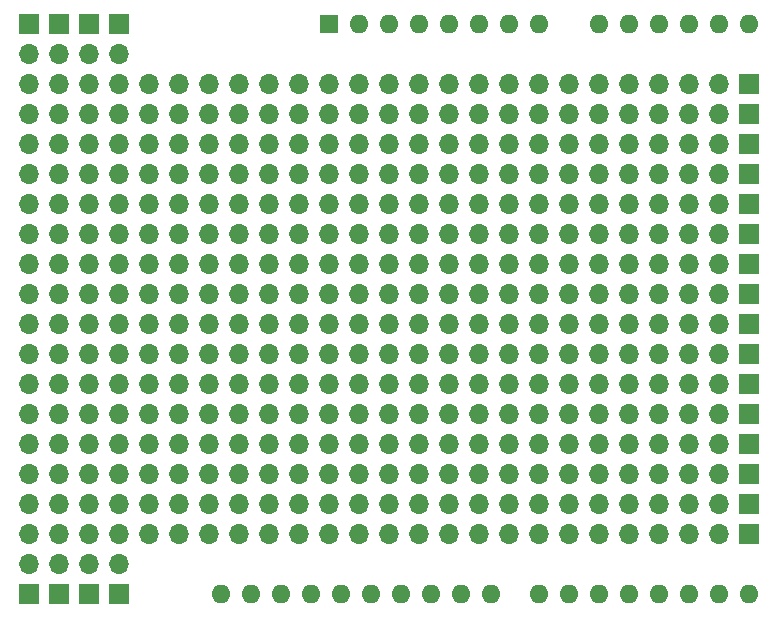
<source format=gbr>
%TF.GenerationSoftware,KiCad,Pcbnew,8.0.1*%
%TF.CreationDate,2024-04-20T17:55:11+02:00*%
%TF.ProjectId,Arduino_PCB,41726475-696e-46f5-9f50-43422e6b6963,rev?*%
%TF.SameCoordinates,Original*%
%TF.FileFunction,Copper,L2,Bot*%
%TF.FilePolarity,Positive*%
%FSLAX46Y46*%
G04 Gerber Fmt 4.6, Leading zero omitted, Abs format (unit mm)*
G04 Created by KiCad (PCBNEW 8.0.1) date 2024-04-20 17:55:11*
%MOMM*%
%LPD*%
G01*
G04 APERTURE LIST*
%TA.AperFunction,ComponentPad*%
%ADD10R,1.700000X1.700000*%
%TD*%
%TA.AperFunction,ComponentPad*%
%ADD11O,1.700000X1.700000*%
%TD*%
%TA.AperFunction,ComponentPad*%
%ADD12O,1.600000X1.600000*%
%TD*%
%TA.AperFunction,ComponentPad*%
%ADD13R,1.600000X1.600000*%
%TD*%
G04 APERTURE END LIST*
D10*
%TO.P,REF\u002A\u002A,1*%
%TO.N,N/C*%
X96360000Y-90300000D03*
D11*
%TO.P,REF\u002A\u002A,2*%
X96360000Y-87760000D03*
%TO.P,REF\u002A\u002A,3*%
X96360000Y-85220000D03*
%TO.P,REF\u002A\u002A,4*%
X96360000Y-82680000D03*
%TO.P,REF\u002A\u002A,5*%
X96360000Y-80140000D03*
%TO.P,REF\u002A\u002A,6*%
X96360000Y-77600000D03*
%TO.P,REF\u002A\u002A,7*%
X96360000Y-75060000D03*
%TO.P,REF\u002A\u002A,8*%
X96360000Y-72520000D03*
%TO.P,REF\u002A\u002A,9*%
X96360000Y-69980000D03*
%TO.P,REF\u002A\u002A,10*%
X96360000Y-67440000D03*
%TO.P,REF\u002A\u002A,11*%
X96360000Y-64900000D03*
%TO.P,REF\u002A\u002A,12*%
X96360000Y-62360000D03*
%TO.P,REF\u002A\u002A,13*%
X96360000Y-59820000D03*
%TO.P,REF\u002A\u002A,14*%
X96360000Y-57280000D03*
%TO.P,REF\u002A\u002A,15*%
X96360000Y-54740000D03*
%TO.P,REF\u002A\u002A,16*%
X96360000Y-52200000D03*
%TO.P,REF\u002A\u002A,17*%
X96360000Y-49660000D03*
%TO.P,REF\u002A\u002A,18*%
X96360000Y-47120000D03*
%TO.P,REF\u002A\u002A,19*%
X96360000Y-44580000D03*
%TO.P,REF\u002A\u002A,20*%
X96360000Y-42040000D03*
%TD*%
D10*
%TO.P,REF\u002A\u002A,1*%
%TO.N,N/C*%
X98900000Y-90300000D03*
D11*
%TO.P,REF\u002A\u002A,2*%
X98900000Y-87760000D03*
%TO.P,REF\u002A\u002A,3*%
X98900000Y-85220000D03*
%TO.P,REF\u002A\u002A,4*%
X98900000Y-82680000D03*
%TO.P,REF\u002A\u002A,5*%
X98900000Y-80140000D03*
%TO.P,REF\u002A\u002A,6*%
X98900000Y-77600000D03*
%TO.P,REF\u002A\u002A,7*%
X98900000Y-75060000D03*
%TO.P,REF\u002A\u002A,8*%
X98900000Y-72520000D03*
%TO.P,REF\u002A\u002A,9*%
X98900000Y-69980000D03*
%TO.P,REF\u002A\u002A,10*%
X98900000Y-67440000D03*
%TO.P,REF\u002A\u002A,11*%
X98900000Y-64900000D03*
%TO.P,REF\u002A\u002A,12*%
X98900000Y-62360000D03*
%TO.P,REF\u002A\u002A,13*%
X98900000Y-59820000D03*
%TO.P,REF\u002A\u002A,14*%
X98900000Y-57280000D03*
%TO.P,REF\u002A\u002A,15*%
X98900000Y-54740000D03*
%TO.P,REF\u002A\u002A,16*%
X98900000Y-52200000D03*
%TO.P,REF\u002A\u002A,17*%
X98900000Y-49660000D03*
%TO.P,REF\u002A\u002A,18*%
X98900000Y-47120000D03*
%TO.P,REF\u002A\u002A,19*%
X98900000Y-44580000D03*
%TO.P,REF\u002A\u002A,20*%
X98900000Y-42040000D03*
%TD*%
D10*
%TO.P,REF\u002A\u002A,1*%
%TO.N,N/C*%
X101440000Y-90300000D03*
D11*
%TO.P,REF\u002A\u002A,2*%
X101440000Y-87760000D03*
%TO.P,REF\u002A\u002A,3*%
X101440000Y-85220000D03*
%TO.P,REF\u002A\u002A,4*%
X101440000Y-82680000D03*
%TO.P,REF\u002A\u002A,5*%
X101440000Y-80140000D03*
%TO.P,REF\u002A\u002A,6*%
X101440000Y-77600000D03*
%TO.P,REF\u002A\u002A,7*%
X101440000Y-75060000D03*
%TO.P,REF\u002A\u002A,8*%
X101440000Y-72520000D03*
%TO.P,REF\u002A\u002A,9*%
X101440000Y-69980000D03*
%TO.P,REF\u002A\u002A,10*%
X101440000Y-67440000D03*
%TO.P,REF\u002A\u002A,11*%
X101440000Y-64900000D03*
%TO.P,REF\u002A\u002A,12*%
X101440000Y-62360000D03*
%TO.P,REF\u002A\u002A,13*%
X101440000Y-59820000D03*
%TO.P,REF\u002A\u002A,14*%
X101440000Y-57280000D03*
%TO.P,REF\u002A\u002A,15*%
X101440000Y-54740000D03*
%TO.P,REF\u002A\u002A,16*%
X101440000Y-52200000D03*
%TO.P,REF\u002A\u002A,17*%
X101440000Y-49660000D03*
%TO.P,REF\u002A\u002A,18*%
X101440000Y-47120000D03*
%TO.P,REF\u002A\u002A,19*%
X101440000Y-44580000D03*
%TO.P,REF\u002A\u002A,20*%
X101440000Y-42040000D03*
%TD*%
D10*
%TO.P,REF\u002A\u002A,1*%
%TO.N,N/C*%
X103980000Y-90300000D03*
D11*
%TO.P,REF\u002A\u002A,2*%
X103980000Y-87760000D03*
%TO.P,REF\u002A\u002A,3*%
X103980000Y-85220000D03*
%TO.P,REF\u002A\u002A,4*%
X103980000Y-82680000D03*
%TO.P,REF\u002A\u002A,5*%
X103980000Y-80140000D03*
%TO.P,REF\u002A\u002A,6*%
X103980000Y-77600000D03*
%TO.P,REF\u002A\u002A,7*%
X103980000Y-75060000D03*
%TO.P,REF\u002A\u002A,8*%
X103980000Y-72520000D03*
%TO.P,REF\u002A\u002A,9*%
X103980000Y-69980000D03*
%TO.P,REF\u002A\u002A,10*%
X103980000Y-67440000D03*
%TO.P,REF\u002A\u002A,11*%
X103980000Y-64900000D03*
%TO.P,REF\u002A\u002A,12*%
X103980000Y-62360000D03*
%TO.P,REF\u002A\u002A,13*%
X103980000Y-59820000D03*
%TO.P,REF\u002A\u002A,14*%
X103980000Y-57280000D03*
%TO.P,REF\u002A\u002A,15*%
X103980000Y-54740000D03*
%TO.P,REF\u002A\u002A,16*%
X103980000Y-52200000D03*
%TO.P,REF\u002A\u002A,17*%
X103980000Y-49660000D03*
%TO.P,REF\u002A\u002A,18*%
X103980000Y-47120000D03*
%TO.P,REF\u002A\u002A,19*%
X103980000Y-44580000D03*
%TO.P,REF\u002A\u002A,20*%
X103980000Y-42040000D03*
%TD*%
D10*
%TO.P,REF\u002A\u002A,1*%
%TO.N,N/C*%
X103980000Y-42040000D03*
D11*
%TO.P,REF\u002A\u002A,2*%
X103980000Y-44580000D03*
%TO.P,REF\u002A\u002A,3*%
X103980000Y-47120000D03*
%TO.P,REF\u002A\u002A,4*%
X103980000Y-49660000D03*
%TO.P,REF\u002A\u002A,5*%
X103980000Y-52200000D03*
%TO.P,REF\u002A\u002A,6*%
X103980000Y-54740000D03*
%TO.P,REF\u002A\u002A,7*%
X103980000Y-57280000D03*
%TO.P,REF\u002A\u002A,8*%
X103980000Y-59820000D03*
%TO.P,REF\u002A\u002A,9*%
X103980000Y-62360000D03*
%TO.P,REF\u002A\u002A,10*%
X103980000Y-64900000D03*
%TO.P,REF\u002A\u002A,11*%
X103980000Y-67440000D03*
%TO.P,REF\u002A\u002A,12*%
X103980000Y-69980000D03*
%TO.P,REF\u002A\u002A,13*%
X103980000Y-72520000D03*
%TO.P,REF\u002A\u002A,14*%
X103980000Y-75060000D03*
%TO.P,REF\u002A\u002A,15*%
X103980000Y-77600000D03*
%TO.P,REF\u002A\u002A,16*%
X103980000Y-80140000D03*
%TO.P,REF\u002A\u002A,17*%
X103980000Y-82680000D03*
%TO.P,REF\u002A\u002A,18*%
X103980000Y-85220000D03*
%TO.P,REF\u002A\u002A,19*%
X103980000Y-87760000D03*
%TO.P,REF\u002A\u002A,20*%
X103980000Y-90300000D03*
%TD*%
D10*
%TO.P,REF\u002A\u002A,1*%
%TO.N,N/C*%
X101440000Y-42040000D03*
D11*
%TO.P,REF\u002A\u002A,2*%
X101440000Y-44580000D03*
%TO.P,REF\u002A\u002A,3*%
X101440000Y-47120000D03*
%TO.P,REF\u002A\u002A,4*%
X101440000Y-49660000D03*
%TO.P,REF\u002A\u002A,5*%
X101440000Y-52200000D03*
%TO.P,REF\u002A\u002A,6*%
X101440000Y-54740000D03*
%TO.P,REF\u002A\u002A,7*%
X101440000Y-57280000D03*
%TO.P,REF\u002A\u002A,8*%
X101440000Y-59820000D03*
%TO.P,REF\u002A\u002A,9*%
X101440000Y-62360000D03*
%TO.P,REF\u002A\u002A,10*%
X101440000Y-64900000D03*
%TO.P,REF\u002A\u002A,11*%
X101440000Y-67440000D03*
%TO.P,REF\u002A\u002A,12*%
X101440000Y-69980000D03*
%TO.P,REF\u002A\u002A,13*%
X101440000Y-72520000D03*
%TO.P,REF\u002A\u002A,14*%
X101440000Y-75060000D03*
%TO.P,REF\u002A\u002A,15*%
X101440000Y-77600000D03*
%TO.P,REF\u002A\u002A,16*%
X101440000Y-80140000D03*
%TO.P,REF\u002A\u002A,17*%
X101440000Y-82680000D03*
%TO.P,REF\u002A\u002A,18*%
X101440000Y-85220000D03*
%TO.P,REF\u002A\u002A,19*%
X101440000Y-87760000D03*
%TO.P,REF\u002A\u002A,20*%
X101440000Y-90300000D03*
%TD*%
D10*
%TO.P,REF\u002A\u002A,1*%
%TO.N,N/C*%
X98900000Y-42040000D03*
D11*
%TO.P,REF\u002A\u002A,2*%
X98900000Y-44580000D03*
%TO.P,REF\u002A\u002A,3*%
X98900000Y-47120000D03*
%TO.P,REF\u002A\u002A,4*%
X98900000Y-49660000D03*
%TO.P,REF\u002A\u002A,5*%
X98900000Y-52200000D03*
%TO.P,REF\u002A\u002A,6*%
X98900000Y-54740000D03*
%TO.P,REF\u002A\u002A,7*%
X98900000Y-57280000D03*
%TO.P,REF\u002A\u002A,8*%
X98900000Y-59820000D03*
%TO.P,REF\u002A\u002A,9*%
X98900000Y-62360000D03*
%TO.P,REF\u002A\u002A,10*%
X98900000Y-64900000D03*
%TO.P,REF\u002A\u002A,11*%
X98900000Y-67440000D03*
%TO.P,REF\u002A\u002A,12*%
X98900000Y-69980000D03*
%TO.P,REF\u002A\u002A,13*%
X98900000Y-72520000D03*
%TO.P,REF\u002A\u002A,14*%
X98900000Y-75060000D03*
%TO.P,REF\u002A\u002A,15*%
X98900000Y-77600000D03*
%TO.P,REF\u002A\u002A,16*%
X98900000Y-80140000D03*
%TO.P,REF\u002A\u002A,17*%
X98900000Y-82680000D03*
%TO.P,REF\u002A\u002A,18*%
X98900000Y-85220000D03*
%TO.P,REF\u002A\u002A,19*%
X98900000Y-87760000D03*
%TO.P,REF\u002A\u002A,20*%
X98900000Y-90300000D03*
%TD*%
D10*
%TO.P,REF\u002A\u002A,1*%
%TO.N,N/C*%
X157320000Y-85220000D03*
D11*
%TO.P,REF\u002A\u002A,2*%
X154780000Y-85220000D03*
%TO.P,REF\u002A\u002A,3*%
X152240000Y-85220000D03*
%TO.P,REF\u002A\u002A,4*%
X149700000Y-85220000D03*
%TO.P,REF\u002A\u002A,5*%
X147160000Y-85220000D03*
%TO.P,REF\u002A\u002A,6*%
X144620000Y-85220000D03*
%TO.P,REF\u002A\u002A,7*%
X142080000Y-85220000D03*
%TO.P,REF\u002A\u002A,8*%
X139540000Y-85220000D03*
%TO.P,REF\u002A\u002A,9*%
X137000000Y-85220000D03*
%TO.P,REF\u002A\u002A,10*%
X134460000Y-85220000D03*
%TO.P,REF\u002A\u002A,11*%
X131920000Y-85220000D03*
%TO.P,REF\u002A\u002A,12*%
X129380000Y-85220000D03*
%TO.P,REF\u002A\u002A,13*%
X126840000Y-85220000D03*
%TO.P,REF\u002A\u002A,14*%
X124300000Y-85220000D03*
%TO.P,REF\u002A\u002A,15*%
X121760000Y-85220000D03*
%TO.P,REF\u002A\u002A,16*%
X119220000Y-85220000D03*
%TO.P,REF\u002A\u002A,17*%
X116680000Y-85220000D03*
%TO.P,REF\u002A\u002A,18*%
X114140000Y-85220000D03*
%TO.P,REF\u002A\u002A,19*%
X111600000Y-85220000D03*
%TO.P,REF\u002A\u002A,20*%
X109060000Y-85220000D03*
%TO.P,REF\u002A\u002A,21*%
X106520000Y-85220000D03*
%TO.P,REF\u002A\u002A,22*%
X103980000Y-85220000D03*
%TO.P,REF\u002A\u002A,23*%
X101440000Y-85220000D03*
%TO.P,REF\u002A\u002A,24*%
X98900000Y-85220000D03*
%TO.P,REF\u002A\u002A,25*%
X96360000Y-85220000D03*
%TD*%
D10*
%TO.P,REF\u002A\u002A,1*%
%TO.N,N/C*%
X157320000Y-82685000D03*
D11*
%TO.P,REF\u002A\u002A,2*%
X154780000Y-82685000D03*
%TO.P,REF\u002A\u002A,3*%
X152240000Y-82685000D03*
%TO.P,REF\u002A\u002A,4*%
X149700000Y-82685000D03*
%TO.P,REF\u002A\u002A,5*%
X147160000Y-82685000D03*
%TO.P,REF\u002A\u002A,6*%
X144620000Y-82685000D03*
%TO.P,REF\u002A\u002A,7*%
X142080000Y-82685000D03*
%TO.P,REF\u002A\u002A,8*%
X139540000Y-82685000D03*
%TO.P,REF\u002A\u002A,9*%
X137000000Y-82685000D03*
%TO.P,REF\u002A\u002A,10*%
X134460000Y-82685000D03*
%TO.P,REF\u002A\u002A,11*%
X131920000Y-82685000D03*
%TO.P,REF\u002A\u002A,12*%
X129380000Y-82685000D03*
%TO.P,REF\u002A\u002A,13*%
X126840000Y-82685000D03*
%TO.P,REF\u002A\u002A,14*%
X124300000Y-82685000D03*
%TO.P,REF\u002A\u002A,15*%
X121760000Y-82685000D03*
%TO.P,REF\u002A\u002A,16*%
X119220000Y-82685000D03*
%TO.P,REF\u002A\u002A,17*%
X116680000Y-82685000D03*
%TO.P,REF\u002A\u002A,18*%
X114140000Y-82685000D03*
%TO.P,REF\u002A\u002A,19*%
X111600000Y-82685000D03*
%TO.P,REF\u002A\u002A,20*%
X109060000Y-82685000D03*
%TO.P,REF\u002A\u002A,21*%
X106520000Y-82685000D03*
%TO.P,REF\u002A\u002A,22*%
X103980000Y-82685000D03*
%TO.P,REF\u002A\u002A,23*%
X101440000Y-82685000D03*
%TO.P,REF\u002A\u002A,24*%
X98900000Y-82685000D03*
%TO.P,REF\u002A\u002A,25*%
X96360000Y-82685000D03*
%TD*%
D10*
%TO.P,REF\u002A\u002A,1*%
%TO.N,N/C*%
X157320000Y-77600000D03*
D11*
%TO.P,REF\u002A\u002A,2*%
X154780000Y-77600000D03*
%TO.P,REF\u002A\u002A,3*%
X152240000Y-77600000D03*
%TO.P,REF\u002A\u002A,4*%
X149700000Y-77600000D03*
%TO.P,REF\u002A\u002A,5*%
X147160000Y-77600000D03*
%TO.P,REF\u002A\u002A,6*%
X144620000Y-77600000D03*
%TO.P,REF\u002A\u002A,7*%
X142080000Y-77600000D03*
%TO.P,REF\u002A\u002A,8*%
X139540000Y-77600000D03*
%TO.P,REF\u002A\u002A,9*%
X137000000Y-77600000D03*
%TO.P,REF\u002A\u002A,10*%
X134460000Y-77600000D03*
%TO.P,REF\u002A\u002A,11*%
X131920000Y-77600000D03*
%TO.P,REF\u002A\u002A,12*%
X129380000Y-77600000D03*
%TO.P,REF\u002A\u002A,13*%
X126840000Y-77600000D03*
%TO.P,REF\u002A\u002A,14*%
X124300000Y-77600000D03*
%TO.P,REF\u002A\u002A,15*%
X121760000Y-77600000D03*
%TO.P,REF\u002A\u002A,16*%
X119220000Y-77600000D03*
%TO.P,REF\u002A\u002A,17*%
X116680000Y-77600000D03*
%TO.P,REF\u002A\u002A,18*%
X114140000Y-77600000D03*
%TO.P,REF\u002A\u002A,19*%
X111600000Y-77600000D03*
%TO.P,REF\u002A\u002A,20*%
X109060000Y-77600000D03*
%TO.P,REF\u002A\u002A,21*%
X106520000Y-77600000D03*
%TO.P,REF\u002A\u002A,22*%
X103980000Y-77600000D03*
%TO.P,REF\u002A\u002A,23*%
X101440000Y-77600000D03*
%TO.P,REF\u002A\u002A,24*%
X98900000Y-77600000D03*
%TO.P,REF\u002A\u002A,25*%
X96360000Y-77600000D03*
%TD*%
D10*
%TO.P,REF\u002A\u002A,1*%
%TO.N,N/C*%
X157320000Y-80140000D03*
D11*
%TO.P,REF\u002A\u002A,2*%
X154780000Y-80140000D03*
%TO.P,REF\u002A\u002A,3*%
X152240000Y-80140000D03*
%TO.P,REF\u002A\u002A,4*%
X149700000Y-80140000D03*
%TO.P,REF\u002A\u002A,5*%
X147160000Y-80140000D03*
%TO.P,REF\u002A\u002A,6*%
X144620000Y-80140000D03*
%TO.P,REF\u002A\u002A,7*%
X142080000Y-80140000D03*
%TO.P,REF\u002A\u002A,8*%
X139540000Y-80140000D03*
%TO.P,REF\u002A\u002A,9*%
X137000000Y-80140000D03*
%TO.P,REF\u002A\u002A,10*%
X134460000Y-80140000D03*
%TO.P,REF\u002A\u002A,11*%
X131920000Y-80140000D03*
%TO.P,REF\u002A\u002A,12*%
X129380000Y-80140000D03*
%TO.P,REF\u002A\u002A,13*%
X126840000Y-80140000D03*
%TO.P,REF\u002A\u002A,14*%
X124300000Y-80140000D03*
%TO.P,REF\u002A\u002A,15*%
X121760000Y-80140000D03*
%TO.P,REF\u002A\u002A,16*%
X119220000Y-80140000D03*
%TO.P,REF\u002A\u002A,17*%
X116680000Y-80140000D03*
%TO.P,REF\u002A\u002A,18*%
X114140000Y-80140000D03*
%TO.P,REF\u002A\u002A,19*%
X111600000Y-80140000D03*
%TO.P,REF\u002A\u002A,20*%
X109060000Y-80140000D03*
%TO.P,REF\u002A\u002A,21*%
X106520000Y-80140000D03*
%TO.P,REF\u002A\u002A,22*%
X103980000Y-80140000D03*
%TO.P,REF\u002A\u002A,23*%
X101440000Y-80140000D03*
%TO.P,REF\u002A\u002A,24*%
X98900000Y-80140000D03*
%TO.P,REF\u002A\u002A,25*%
X96360000Y-80140000D03*
%TD*%
D10*
%TO.P,REF\u002A\u002A,1*%
%TO.N,N/C*%
X157320000Y-69980000D03*
D11*
%TO.P,REF\u002A\u002A,2*%
X154780000Y-69980000D03*
%TO.P,REF\u002A\u002A,3*%
X152240000Y-69980000D03*
%TO.P,REF\u002A\u002A,4*%
X149700000Y-69980000D03*
%TO.P,REF\u002A\u002A,5*%
X147160000Y-69980000D03*
%TO.P,REF\u002A\u002A,6*%
X144620000Y-69980000D03*
%TO.P,REF\u002A\u002A,7*%
X142080000Y-69980000D03*
%TO.P,REF\u002A\u002A,8*%
X139540000Y-69980000D03*
%TO.P,REF\u002A\u002A,9*%
X137000000Y-69980000D03*
%TO.P,REF\u002A\u002A,10*%
X134460000Y-69980000D03*
%TO.P,REF\u002A\u002A,11*%
X131920000Y-69980000D03*
%TO.P,REF\u002A\u002A,12*%
X129380000Y-69980000D03*
%TO.P,REF\u002A\u002A,13*%
X126840000Y-69980000D03*
%TO.P,REF\u002A\u002A,14*%
X124300000Y-69980000D03*
%TO.P,REF\u002A\u002A,15*%
X121760000Y-69980000D03*
%TO.P,REF\u002A\u002A,16*%
X119220000Y-69980000D03*
%TO.P,REF\u002A\u002A,17*%
X116680000Y-69980000D03*
%TO.P,REF\u002A\u002A,18*%
X114140000Y-69980000D03*
%TO.P,REF\u002A\u002A,19*%
X111600000Y-69980000D03*
%TO.P,REF\u002A\u002A,20*%
X109060000Y-69980000D03*
%TO.P,REF\u002A\u002A,21*%
X106520000Y-69980000D03*
%TO.P,REF\u002A\u002A,22*%
X103980000Y-69980000D03*
%TO.P,REF\u002A\u002A,23*%
X101440000Y-69980000D03*
%TO.P,REF\u002A\u002A,24*%
X98900000Y-69980000D03*
%TO.P,REF\u002A\u002A,25*%
X96360000Y-69980000D03*
%TD*%
D10*
%TO.P,REF\u002A\u002A,1*%
%TO.N,N/C*%
X157320000Y-75065000D03*
D11*
%TO.P,REF\u002A\u002A,2*%
X154780000Y-75065000D03*
%TO.P,REF\u002A\u002A,3*%
X152240000Y-75065000D03*
%TO.P,REF\u002A\u002A,4*%
X149700000Y-75065000D03*
%TO.P,REF\u002A\u002A,5*%
X147160000Y-75065000D03*
%TO.P,REF\u002A\u002A,6*%
X144620000Y-75065000D03*
%TO.P,REF\u002A\u002A,7*%
X142080000Y-75065000D03*
%TO.P,REF\u002A\u002A,8*%
X139540000Y-75065000D03*
%TO.P,REF\u002A\u002A,9*%
X137000000Y-75065000D03*
%TO.P,REF\u002A\u002A,10*%
X134460000Y-75065000D03*
%TO.P,REF\u002A\u002A,11*%
X131920000Y-75065000D03*
%TO.P,REF\u002A\u002A,12*%
X129380000Y-75065000D03*
%TO.P,REF\u002A\u002A,13*%
X126840000Y-75065000D03*
%TO.P,REF\u002A\u002A,14*%
X124300000Y-75065000D03*
%TO.P,REF\u002A\u002A,15*%
X121760000Y-75065000D03*
%TO.P,REF\u002A\u002A,16*%
X119220000Y-75065000D03*
%TO.P,REF\u002A\u002A,17*%
X116680000Y-75065000D03*
%TO.P,REF\u002A\u002A,18*%
X114140000Y-75065000D03*
%TO.P,REF\u002A\u002A,19*%
X111600000Y-75065000D03*
%TO.P,REF\u002A\u002A,20*%
X109060000Y-75065000D03*
%TO.P,REF\u002A\u002A,21*%
X106520000Y-75065000D03*
%TO.P,REF\u002A\u002A,22*%
X103980000Y-75065000D03*
%TO.P,REF\u002A\u002A,23*%
X101440000Y-75065000D03*
%TO.P,REF\u002A\u002A,24*%
X98900000Y-75065000D03*
%TO.P,REF\u002A\u002A,25*%
X96360000Y-75065000D03*
%TD*%
D10*
%TO.P,REF\u002A\u002A,1*%
%TO.N,N/C*%
X157320000Y-72520000D03*
D11*
%TO.P,REF\u002A\u002A,2*%
X154780000Y-72520000D03*
%TO.P,REF\u002A\u002A,3*%
X152240000Y-72520000D03*
%TO.P,REF\u002A\u002A,4*%
X149700000Y-72520000D03*
%TO.P,REF\u002A\u002A,5*%
X147160000Y-72520000D03*
%TO.P,REF\u002A\u002A,6*%
X144620000Y-72520000D03*
%TO.P,REF\u002A\u002A,7*%
X142080000Y-72520000D03*
%TO.P,REF\u002A\u002A,8*%
X139540000Y-72520000D03*
%TO.P,REF\u002A\u002A,9*%
X137000000Y-72520000D03*
%TO.P,REF\u002A\u002A,10*%
X134460000Y-72520000D03*
%TO.P,REF\u002A\u002A,11*%
X131920000Y-72520000D03*
%TO.P,REF\u002A\u002A,12*%
X129380000Y-72520000D03*
%TO.P,REF\u002A\u002A,13*%
X126840000Y-72520000D03*
%TO.P,REF\u002A\u002A,14*%
X124300000Y-72520000D03*
%TO.P,REF\u002A\u002A,15*%
X121760000Y-72520000D03*
%TO.P,REF\u002A\u002A,16*%
X119220000Y-72520000D03*
%TO.P,REF\u002A\u002A,17*%
X116680000Y-72520000D03*
%TO.P,REF\u002A\u002A,18*%
X114140000Y-72520000D03*
%TO.P,REF\u002A\u002A,19*%
X111600000Y-72520000D03*
%TO.P,REF\u002A\u002A,20*%
X109060000Y-72520000D03*
%TO.P,REF\u002A\u002A,21*%
X106520000Y-72520000D03*
%TO.P,REF\u002A\u002A,22*%
X103980000Y-72520000D03*
%TO.P,REF\u002A\u002A,23*%
X101440000Y-72520000D03*
%TO.P,REF\u002A\u002A,24*%
X98900000Y-72520000D03*
%TO.P,REF\u002A\u002A,25*%
X96360000Y-72520000D03*
%TD*%
D10*
%TO.P,REF\u002A\u002A,1*%
%TO.N,N/C*%
X157320000Y-67445000D03*
D11*
%TO.P,REF\u002A\u002A,2*%
X154780000Y-67445000D03*
%TO.P,REF\u002A\u002A,3*%
X152240000Y-67445000D03*
%TO.P,REF\u002A\u002A,4*%
X149700000Y-67445000D03*
%TO.P,REF\u002A\u002A,5*%
X147160000Y-67445000D03*
%TO.P,REF\u002A\u002A,6*%
X144620000Y-67445000D03*
%TO.P,REF\u002A\u002A,7*%
X142080000Y-67445000D03*
%TO.P,REF\u002A\u002A,8*%
X139540000Y-67445000D03*
%TO.P,REF\u002A\u002A,9*%
X137000000Y-67445000D03*
%TO.P,REF\u002A\u002A,10*%
X134460000Y-67445000D03*
%TO.P,REF\u002A\u002A,11*%
X131920000Y-67445000D03*
%TO.P,REF\u002A\u002A,12*%
X129380000Y-67445000D03*
%TO.P,REF\u002A\u002A,13*%
X126840000Y-67445000D03*
%TO.P,REF\u002A\u002A,14*%
X124300000Y-67445000D03*
%TO.P,REF\u002A\u002A,15*%
X121760000Y-67445000D03*
%TO.P,REF\u002A\u002A,16*%
X119220000Y-67445000D03*
%TO.P,REF\u002A\u002A,17*%
X116680000Y-67445000D03*
%TO.P,REF\u002A\u002A,18*%
X114140000Y-67445000D03*
%TO.P,REF\u002A\u002A,19*%
X111600000Y-67445000D03*
%TO.P,REF\u002A\u002A,20*%
X109060000Y-67445000D03*
%TO.P,REF\u002A\u002A,21*%
X106520000Y-67445000D03*
%TO.P,REF\u002A\u002A,22*%
X103980000Y-67445000D03*
%TO.P,REF\u002A\u002A,23*%
X101440000Y-67445000D03*
%TO.P,REF\u002A\u002A,24*%
X98900000Y-67445000D03*
%TO.P,REF\u002A\u002A,25*%
X96360000Y-67445000D03*
%TD*%
D10*
%TO.P,REF\u002A\u002A,1*%
%TO.N,N/C*%
X157320000Y-64900000D03*
D11*
%TO.P,REF\u002A\u002A,2*%
X154780000Y-64900000D03*
%TO.P,REF\u002A\u002A,3*%
X152240000Y-64900000D03*
%TO.P,REF\u002A\u002A,4*%
X149700000Y-64900000D03*
%TO.P,REF\u002A\u002A,5*%
X147160000Y-64900000D03*
%TO.P,REF\u002A\u002A,6*%
X144620000Y-64900000D03*
%TO.P,REF\u002A\u002A,7*%
X142080000Y-64900000D03*
%TO.P,REF\u002A\u002A,8*%
X139540000Y-64900000D03*
%TO.P,REF\u002A\u002A,9*%
X137000000Y-64900000D03*
%TO.P,REF\u002A\u002A,10*%
X134460000Y-64900000D03*
%TO.P,REF\u002A\u002A,11*%
X131920000Y-64900000D03*
%TO.P,REF\u002A\u002A,12*%
X129380000Y-64900000D03*
%TO.P,REF\u002A\u002A,13*%
X126840000Y-64900000D03*
%TO.P,REF\u002A\u002A,14*%
X124300000Y-64900000D03*
%TO.P,REF\u002A\u002A,15*%
X121760000Y-64900000D03*
%TO.P,REF\u002A\u002A,16*%
X119220000Y-64900000D03*
%TO.P,REF\u002A\u002A,17*%
X116680000Y-64900000D03*
%TO.P,REF\u002A\u002A,18*%
X114140000Y-64900000D03*
%TO.P,REF\u002A\u002A,19*%
X111600000Y-64900000D03*
%TO.P,REF\u002A\u002A,20*%
X109060000Y-64900000D03*
%TO.P,REF\u002A\u002A,21*%
X106520000Y-64900000D03*
%TO.P,REF\u002A\u002A,22*%
X103980000Y-64900000D03*
%TO.P,REF\u002A\u002A,23*%
X101440000Y-64900000D03*
%TO.P,REF\u002A\u002A,24*%
X98900000Y-64900000D03*
%TO.P,REF\u002A\u002A,25*%
X96360000Y-64900000D03*
%TD*%
D10*
%TO.P,REF\u002A\u002A,1*%
%TO.N,N/C*%
X157320000Y-62360000D03*
D11*
%TO.P,REF\u002A\u002A,2*%
X154780000Y-62360000D03*
%TO.P,REF\u002A\u002A,3*%
X152240000Y-62360000D03*
%TO.P,REF\u002A\u002A,4*%
X149700000Y-62360000D03*
%TO.P,REF\u002A\u002A,5*%
X147160000Y-62360000D03*
%TO.P,REF\u002A\u002A,6*%
X144620000Y-62360000D03*
%TO.P,REF\u002A\u002A,7*%
X142080000Y-62360000D03*
%TO.P,REF\u002A\u002A,8*%
X139540000Y-62360000D03*
%TO.P,REF\u002A\u002A,9*%
X137000000Y-62360000D03*
%TO.P,REF\u002A\u002A,10*%
X134460000Y-62360000D03*
%TO.P,REF\u002A\u002A,11*%
X131920000Y-62360000D03*
%TO.P,REF\u002A\u002A,12*%
X129380000Y-62360000D03*
%TO.P,REF\u002A\u002A,13*%
X126840000Y-62360000D03*
%TO.P,REF\u002A\u002A,14*%
X124300000Y-62360000D03*
%TO.P,REF\u002A\u002A,15*%
X121760000Y-62360000D03*
%TO.P,REF\u002A\u002A,16*%
X119220000Y-62360000D03*
%TO.P,REF\u002A\u002A,17*%
X116680000Y-62360000D03*
%TO.P,REF\u002A\u002A,18*%
X114140000Y-62360000D03*
%TO.P,REF\u002A\u002A,19*%
X111600000Y-62360000D03*
%TO.P,REF\u002A\u002A,20*%
X109060000Y-62360000D03*
%TO.P,REF\u002A\u002A,21*%
X106520000Y-62360000D03*
%TO.P,REF\u002A\u002A,22*%
X103980000Y-62360000D03*
%TO.P,REF\u002A\u002A,23*%
X101440000Y-62360000D03*
%TO.P,REF\u002A\u002A,24*%
X98900000Y-62360000D03*
%TO.P,REF\u002A\u002A,25*%
X96360000Y-62360000D03*
%TD*%
D10*
%TO.P,REF\u002A\u002A,1*%
%TO.N,N/C*%
X157320000Y-59825000D03*
D11*
%TO.P,REF\u002A\u002A,2*%
X154780000Y-59825000D03*
%TO.P,REF\u002A\u002A,3*%
X152240000Y-59825000D03*
%TO.P,REF\u002A\u002A,4*%
X149700000Y-59825000D03*
%TO.P,REF\u002A\u002A,5*%
X147160000Y-59825000D03*
%TO.P,REF\u002A\u002A,6*%
X144620000Y-59825000D03*
%TO.P,REF\u002A\u002A,7*%
X142080000Y-59825000D03*
%TO.P,REF\u002A\u002A,8*%
X139540000Y-59825000D03*
%TO.P,REF\u002A\u002A,9*%
X137000000Y-59825000D03*
%TO.P,REF\u002A\u002A,10*%
X134460000Y-59825000D03*
%TO.P,REF\u002A\u002A,11*%
X131920000Y-59825000D03*
%TO.P,REF\u002A\u002A,12*%
X129380000Y-59825000D03*
%TO.P,REF\u002A\u002A,13*%
X126840000Y-59825000D03*
%TO.P,REF\u002A\u002A,14*%
X124300000Y-59825000D03*
%TO.P,REF\u002A\u002A,15*%
X121760000Y-59825000D03*
%TO.P,REF\u002A\u002A,16*%
X119220000Y-59825000D03*
%TO.P,REF\u002A\u002A,17*%
X116680000Y-59825000D03*
%TO.P,REF\u002A\u002A,18*%
X114140000Y-59825000D03*
%TO.P,REF\u002A\u002A,19*%
X111600000Y-59825000D03*
%TO.P,REF\u002A\u002A,20*%
X109060000Y-59825000D03*
%TO.P,REF\u002A\u002A,21*%
X106520000Y-59825000D03*
%TO.P,REF\u002A\u002A,22*%
X103980000Y-59825000D03*
%TO.P,REF\u002A\u002A,23*%
X101440000Y-59825000D03*
%TO.P,REF\u002A\u002A,24*%
X98900000Y-59825000D03*
%TO.P,REF\u002A\u002A,25*%
X96360000Y-59825000D03*
%TD*%
D10*
%TO.P,REF\u002A\u002A,1*%
%TO.N,N/C*%
X157320000Y-54740000D03*
D11*
%TO.P,REF\u002A\u002A,2*%
X154780000Y-54740000D03*
%TO.P,REF\u002A\u002A,3*%
X152240000Y-54740000D03*
%TO.P,REF\u002A\u002A,4*%
X149700000Y-54740000D03*
%TO.P,REF\u002A\u002A,5*%
X147160000Y-54740000D03*
%TO.P,REF\u002A\u002A,6*%
X144620000Y-54740000D03*
%TO.P,REF\u002A\u002A,7*%
X142080000Y-54740000D03*
%TO.P,REF\u002A\u002A,8*%
X139540000Y-54740000D03*
%TO.P,REF\u002A\u002A,9*%
X137000000Y-54740000D03*
%TO.P,REF\u002A\u002A,10*%
X134460000Y-54740000D03*
%TO.P,REF\u002A\u002A,11*%
X131920000Y-54740000D03*
%TO.P,REF\u002A\u002A,12*%
X129380000Y-54740000D03*
%TO.P,REF\u002A\u002A,13*%
X126840000Y-54740000D03*
%TO.P,REF\u002A\u002A,14*%
X124300000Y-54740000D03*
%TO.P,REF\u002A\u002A,15*%
X121760000Y-54740000D03*
%TO.P,REF\u002A\u002A,16*%
X119220000Y-54740000D03*
%TO.P,REF\u002A\u002A,17*%
X116680000Y-54740000D03*
%TO.P,REF\u002A\u002A,18*%
X114140000Y-54740000D03*
%TO.P,REF\u002A\u002A,19*%
X111600000Y-54740000D03*
%TO.P,REF\u002A\u002A,20*%
X109060000Y-54740000D03*
%TO.P,REF\u002A\u002A,21*%
X106520000Y-54740000D03*
%TO.P,REF\u002A\u002A,22*%
X103980000Y-54740000D03*
%TO.P,REF\u002A\u002A,23*%
X101440000Y-54740000D03*
%TO.P,REF\u002A\u002A,24*%
X98900000Y-54740000D03*
%TO.P,REF\u002A\u002A,25*%
X96360000Y-54740000D03*
%TD*%
D10*
%TO.P,REF\u002A\u002A,1*%
%TO.N,N/C*%
X157320000Y-57280000D03*
D11*
%TO.P,REF\u002A\u002A,2*%
X154780000Y-57280000D03*
%TO.P,REF\u002A\u002A,3*%
X152240000Y-57280000D03*
%TO.P,REF\u002A\u002A,4*%
X149700000Y-57280000D03*
%TO.P,REF\u002A\u002A,5*%
X147160000Y-57280000D03*
%TO.P,REF\u002A\u002A,6*%
X144620000Y-57280000D03*
%TO.P,REF\u002A\u002A,7*%
X142080000Y-57280000D03*
%TO.P,REF\u002A\u002A,8*%
X139540000Y-57280000D03*
%TO.P,REF\u002A\u002A,9*%
X137000000Y-57280000D03*
%TO.P,REF\u002A\u002A,10*%
X134460000Y-57280000D03*
%TO.P,REF\u002A\u002A,11*%
X131920000Y-57280000D03*
%TO.P,REF\u002A\u002A,12*%
X129380000Y-57280000D03*
%TO.P,REF\u002A\u002A,13*%
X126840000Y-57280000D03*
%TO.P,REF\u002A\u002A,14*%
X124300000Y-57280000D03*
%TO.P,REF\u002A\u002A,15*%
X121760000Y-57280000D03*
%TO.P,REF\u002A\u002A,16*%
X119220000Y-57280000D03*
%TO.P,REF\u002A\u002A,17*%
X116680000Y-57280000D03*
%TO.P,REF\u002A\u002A,18*%
X114140000Y-57280000D03*
%TO.P,REF\u002A\u002A,19*%
X111600000Y-57280000D03*
%TO.P,REF\u002A\u002A,20*%
X109060000Y-57280000D03*
%TO.P,REF\u002A\u002A,21*%
X106520000Y-57280000D03*
%TO.P,REF\u002A\u002A,22*%
X103980000Y-57280000D03*
%TO.P,REF\u002A\u002A,23*%
X101440000Y-57280000D03*
%TO.P,REF\u002A\u002A,24*%
X98900000Y-57280000D03*
%TO.P,REF\u002A\u002A,25*%
X96360000Y-57280000D03*
%TD*%
D10*
%TO.P,REF\u002A\u002A,1*%
%TO.N,N/C*%
X96360000Y-42040000D03*
D11*
%TO.P,REF\u002A\u002A,2*%
X96360000Y-44580000D03*
%TO.P,REF\u002A\u002A,3*%
X96360000Y-47120000D03*
%TO.P,REF\u002A\u002A,4*%
X96360000Y-49660000D03*
%TO.P,REF\u002A\u002A,5*%
X96360000Y-52200000D03*
%TO.P,REF\u002A\u002A,6*%
X96360000Y-54740000D03*
%TO.P,REF\u002A\u002A,7*%
X96360000Y-57280000D03*
%TO.P,REF\u002A\u002A,8*%
X96360000Y-59820000D03*
%TO.P,REF\u002A\u002A,9*%
X96360000Y-62360000D03*
%TO.P,REF\u002A\u002A,10*%
X96360000Y-64900000D03*
%TO.P,REF\u002A\u002A,11*%
X96360000Y-67440000D03*
%TO.P,REF\u002A\u002A,12*%
X96360000Y-69980000D03*
%TO.P,REF\u002A\u002A,13*%
X96360000Y-72520000D03*
%TO.P,REF\u002A\u002A,14*%
X96360000Y-75060000D03*
%TO.P,REF\u002A\u002A,15*%
X96360000Y-77600000D03*
%TO.P,REF\u002A\u002A,16*%
X96360000Y-80140000D03*
%TO.P,REF\u002A\u002A,17*%
X96360000Y-82680000D03*
%TO.P,REF\u002A\u002A,18*%
X96360000Y-85220000D03*
%TO.P,REF\u002A\u002A,19*%
X96360000Y-87760000D03*
%TO.P,REF\u002A\u002A,20*%
X96360000Y-90300000D03*
%TD*%
%TO.P,REF\u002A\u002A,25*%
%TO.N,N/C*%
X96360000Y-47120000D03*
%TO.P,REF\u002A\u002A,24*%
X98900000Y-47120000D03*
%TO.P,REF\u002A\u002A,23*%
X101440000Y-47120000D03*
%TO.P,REF\u002A\u002A,22*%
X103980000Y-47120000D03*
%TO.P,REF\u002A\u002A,21*%
X106520000Y-47120000D03*
%TO.P,REF\u002A\u002A,20*%
X109060000Y-47120000D03*
%TO.P,REF\u002A\u002A,19*%
X111600000Y-47120000D03*
%TO.P,REF\u002A\u002A,18*%
X114140000Y-47120000D03*
%TO.P,REF\u002A\u002A,17*%
X116680000Y-47120000D03*
%TO.P,REF\u002A\u002A,16*%
X119220000Y-47120000D03*
%TO.P,REF\u002A\u002A,15*%
X121760000Y-47120000D03*
%TO.P,REF\u002A\u002A,14*%
X124300000Y-47120000D03*
%TO.P,REF\u002A\u002A,13*%
X126840000Y-47120000D03*
%TO.P,REF\u002A\u002A,12*%
X129380000Y-47120000D03*
%TO.P,REF\u002A\u002A,11*%
X131920000Y-47120000D03*
%TO.P,REF\u002A\u002A,10*%
X134460000Y-47120000D03*
%TO.P,REF\u002A\u002A,9*%
X137000000Y-47120000D03*
%TO.P,REF\u002A\u002A,8*%
X139540000Y-47120000D03*
%TO.P,REF\u002A\u002A,7*%
X142080000Y-47120000D03*
%TO.P,REF\u002A\u002A,6*%
X144620000Y-47120000D03*
%TO.P,REF\u002A\u002A,5*%
X147160000Y-47120000D03*
%TO.P,REF\u002A\u002A,4*%
X149700000Y-47120000D03*
%TO.P,REF\u002A\u002A,3*%
X152240000Y-47120000D03*
%TO.P,REF\u002A\u002A,2*%
X154780000Y-47120000D03*
D10*
%TO.P,REF\u002A\u002A,1*%
X157320000Y-47120000D03*
%TD*%
D11*
%TO.P,REF\u002A\u002A,25*%
%TO.N,N/C*%
X96360000Y-49660000D03*
%TO.P,REF\u002A\u002A,24*%
X98900000Y-49660000D03*
%TO.P,REF\u002A\u002A,23*%
X101440000Y-49660000D03*
%TO.P,REF\u002A\u002A,22*%
X103980000Y-49660000D03*
%TO.P,REF\u002A\u002A,21*%
X106520000Y-49660000D03*
%TO.P,REF\u002A\u002A,20*%
X109060000Y-49660000D03*
%TO.P,REF\u002A\u002A,19*%
X111600000Y-49660000D03*
%TO.P,REF\u002A\u002A,18*%
X114140000Y-49660000D03*
%TO.P,REF\u002A\u002A,17*%
X116680000Y-49660000D03*
%TO.P,REF\u002A\u002A,16*%
X119220000Y-49660000D03*
%TO.P,REF\u002A\u002A,15*%
X121760000Y-49660000D03*
%TO.P,REF\u002A\u002A,14*%
X124300000Y-49660000D03*
%TO.P,REF\u002A\u002A,13*%
X126840000Y-49660000D03*
%TO.P,REF\u002A\u002A,12*%
X129380000Y-49660000D03*
%TO.P,REF\u002A\u002A,11*%
X131920000Y-49660000D03*
%TO.P,REF\u002A\u002A,10*%
X134460000Y-49660000D03*
%TO.P,REF\u002A\u002A,9*%
X137000000Y-49660000D03*
%TO.P,REF\u002A\u002A,8*%
X139540000Y-49660000D03*
%TO.P,REF\u002A\u002A,7*%
X142080000Y-49660000D03*
%TO.P,REF\u002A\u002A,6*%
X144620000Y-49660000D03*
%TO.P,REF\u002A\u002A,5*%
X147160000Y-49660000D03*
%TO.P,REF\u002A\u002A,4*%
X149700000Y-49660000D03*
%TO.P,REF\u002A\u002A,3*%
X152240000Y-49660000D03*
%TO.P,REF\u002A\u002A,2*%
X154780000Y-49660000D03*
D10*
%TO.P,REF\u002A\u002A,1*%
X157320000Y-49660000D03*
%TD*%
D11*
%TO.P,REF\u002A\u002A,25*%
%TO.N,N/C*%
X96360000Y-52205000D03*
%TO.P,REF\u002A\u002A,24*%
X98900000Y-52205000D03*
%TO.P,REF\u002A\u002A,23*%
X101440000Y-52205000D03*
%TO.P,REF\u002A\u002A,22*%
X103980000Y-52205000D03*
%TO.P,REF\u002A\u002A,21*%
X106520000Y-52205000D03*
%TO.P,REF\u002A\u002A,20*%
X109060000Y-52205000D03*
%TO.P,REF\u002A\u002A,19*%
X111600000Y-52205000D03*
%TO.P,REF\u002A\u002A,18*%
X114140000Y-52205000D03*
%TO.P,REF\u002A\u002A,17*%
X116680000Y-52205000D03*
%TO.P,REF\u002A\u002A,16*%
X119220000Y-52205000D03*
%TO.P,REF\u002A\u002A,15*%
X121760000Y-52205000D03*
%TO.P,REF\u002A\u002A,14*%
X124300000Y-52205000D03*
%TO.P,REF\u002A\u002A,13*%
X126840000Y-52205000D03*
%TO.P,REF\u002A\u002A,12*%
X129380000Y-52205000D03*
%TO.P,REF\u002A\u002A,11*%
X131920000Y-52205000D03*
%TO.P,REF\u002A\u002A,10*%
X134460000Y-52205000D03*
%TO.P,REF\u002A\u002A,9*%
X137000000Y-52205000D03*
%TO.P,REF\u002A\u002A,8*%
X139540000Y-52205000D03*
%TO.P,REF\u002A\u002A,7*%
X142080000Y-52205000D03*
%TO.P,REF\u002A\u002A,6*%
X144620000Y-52205000D03*
%TO.P,REF\u002A\u002A,5*%
X147160000Y-52205000D03*
%TO.P,REF\u002A\u002A,4*%
X149700000Y-52205000D03*
%TO.P,REF\u002A\u002A,3*%
X152240000Y-52205000D03*
%TO.P,REF\u002A\u002A,2*%
X154780000Y-52205000D03*
D10*
%TO.P,REF\u002A\u002A,1*%
X157320000Y-52205000D03*
%TD*%
D12*
%TO.P,REF\u002A\u002A,32*%
%TO.N,N/C*%
X112620000Y-90300000D03*
%TO.P,REF\u002A\u002A,31*%
X115160000Y-90300000D03*
%TO.P,REF\u002A\u002A,30*%
X117700000Y-90300000D03*
%TO.P,REF\u002A\u002A,29*%
X120240000Y-90300000D03*
%TO.P,REF\u002A\u002A,28*%
X122780000Y-90300000D03*
%TO.P,REF\u002A\u002A,27*%
X125320000Y-90300000D03*
%TO.P,REF\u002A\u002A,26*%
X127860000Y-90300000D03*
%TO.P,REF\u002A\u002A,25*%
X130400000Y-90300000D03*
%TO.P,REF\u002A\u002A,24*%
X132940000Y-90300000D03*
%TO.P,REF\u002A\u002A,23*%
X135480000Y-90300000D03*
%TO.P,REF\u002A\u002A,22*%
X139540000Y-90300000D03*
%TO.P,REF\u002A\u002A,21*%
X142080000Y-90300000D03*
%TO.P,REF\u002A\u002A,20*%
X144620000Y-90300000D03*
%TO.P,REF\u002A\u002A,19*%
X147160000Y-90300000D03*
%TO.P,REF\u002A\u002A,18*%
X149700000Y-90300000D03*
%TO.P,REF\u002A\u002A,17*%
X152240000Y-90300000D03*
%TO.P,REF\u002A\u002A,16*%
X154780000Y-90300000D03*
%TO.P,REF\u002A\u002A,15*%
X157320000Y-90300000D03*
%TO.P,REF\u002A\u002A,14*%
X157320000Y-42040000D03*
%TO.P,REF\u002A\u002A,13*%
X154780000Y-42040000D03*
%TO.P,REF\u002A\u002A,12*%
X152240000Y-42040000D03*
%TO.P,REF\u002A\u002A,11*%
X149700000Y-42040000D03*
%TO.P,REF\u002A\u002A,10*%
X147160000Y-42040000D03*
%TO.P,REF\u002A\u002A,9*%
X144620000Y-42040000D03*
%TO.P,REF\u002A\u002A,8*%
X139540000Y-42040000D03*
%TO.P,REF\u002A\u002A,7*%
X137000000Y-42040000D03*
%TO.P,REF\u002A\u002A,6*%
X134460000Y-42040000D03*
%TO.P,REF\u002A\u002A,5*%
X131920000Y-42040000D03*
%TO.P,REF\u002A\u002A,4*%
X129380000Y-42040000D03*
%TO.P,REF\u002A\u002A,3*%
X126840000Y-42040000D03*
%TO.P,REF\u002A\u002A,2*%
X124300000Y-42040000D03*
D13*
%TO.P,REF\u002A\u002A,1*%
X121760000Y-42040000D03*
%TD*%
M02*

</source>
